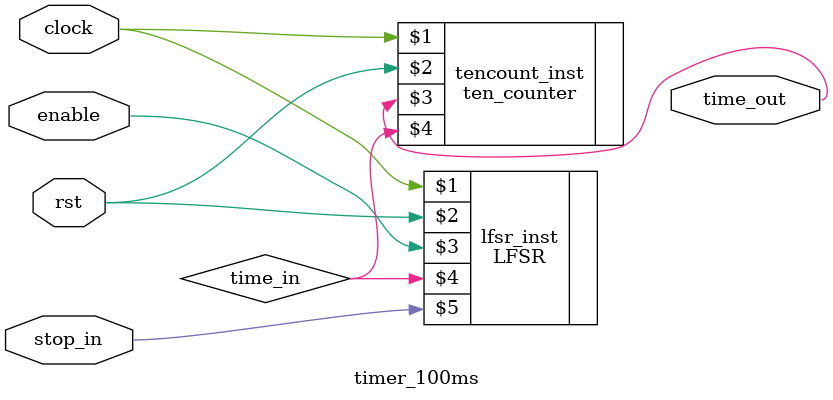
<source format=v>
module timer_100ms(clock,rst,enable,time_out,stop_in);
input clock,rst,enable,stop_in;
output time_out;
wire time_in;

LFSR lfsr_inst(clock,rst, enable, time_in,stop_in);
ten_counter tencount_inst(clock,rst,time_out,time_in);

endmodule

</source>
